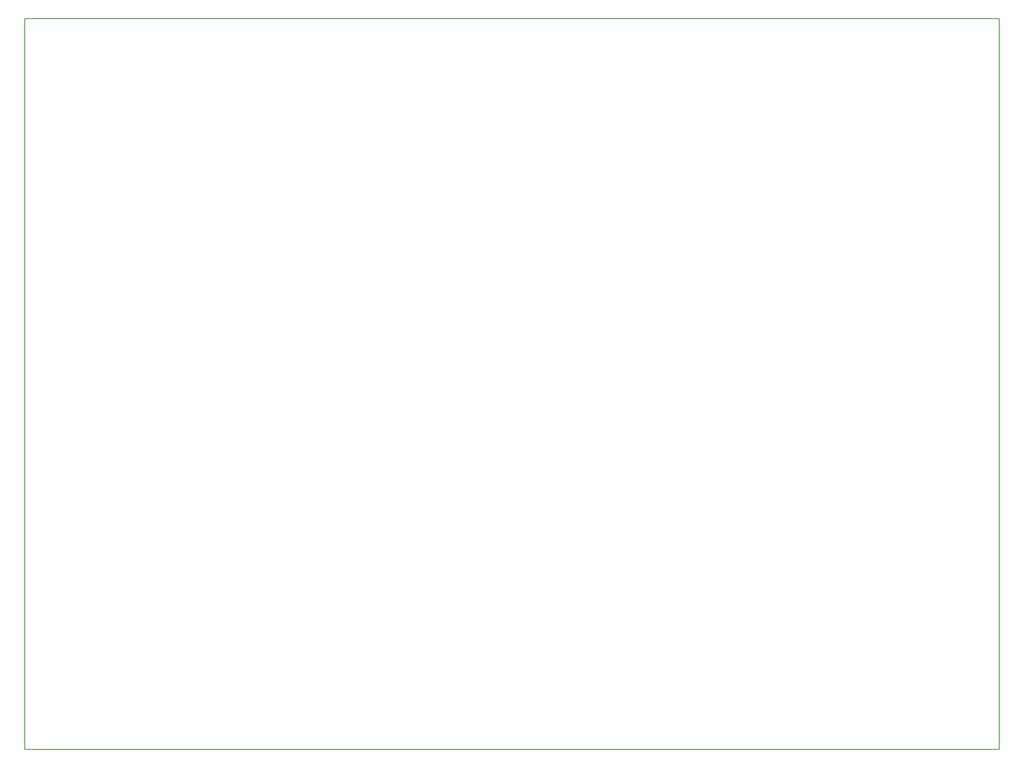
<source format=gbr>
G04 (created by PCBNEW (2013-dec-23)-stable) date dom 04 gen 2015 17:22:54 CET*
%MOIN*%
G04 Gerber Fmt 3.4, Leading zero omitted, Abs format*
%FSLAX34Y34*%
G01*
G70*
G90*
G04 APERTURE LIST*
%ADD10C,0.00590551*%
G04 APERTURE END LIST*
G54D10*
X96456Y-31496D02*
X96456Y-90551D01*
X17716Y-31496D02*
X96456Y-31496D01*
X17716Y-90551D02*
X17716Y-31496D01*
X17716Y-90551D02*
X96456Y-90551D01*
M02*

</source>
